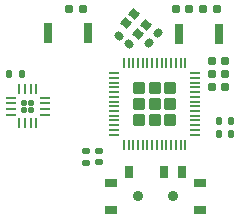
<source format=gtp>
%TF.GenerationSoftware,KiCad,Pcbnew,8.0.3*%
%TF.CreationDate,2025-03-09T13:34:34-05:00*%
%TF.ProjectId,HearingAid_RightV3,48656172-696e-4674-9169-645f52696768,rev?*%
%TF.SameCoordinates,Original*%
%TF.FileFunction,Paste,Top*%
%TF.FilePolarity,Positive*%
%FSLAX46Y46*%
G04 Gerber Fmt 4.6, Leading zero omitted, Abs format (unit mm)*
G04 Created by KiCad (PCBNEW 8.0.3) date 2025-03-09 13:34:34*
%MOMM*%
%LPD*%
G01*
G04 APERTURE LIST*
G04 Aperture macros list*
%AMRoundRect*
0 Rectangle with rounded corners*
0 $1 Rounding radius*
0 $2 $3 $4 $5 $6 $7 $8 $9 X,Y pos of 4 corners*
0 Add a 4 corners polygon primitive as box body*
4,1,4,$2,$3,$4,$5,$6,$7,$8,$9,$2,$3,0*
0 Add four circle primitives for the rounded corners*
1,1,$1+$1,$2,$3*
1,1,$1+$1,$4,$5*
1,1,$1+$1,$6,$7*
1,1,$1+$1,$8,$9*
0 Add four rect primitives between the rounded corners*
20,1,$1+$1,$2,$3,$4,$5,0*
20,1,$1+$1,$4,$5,$6,$7,0*
20,1,$1+$1,$6,$7,$8,$9,0*
20,1,$1+$1,$8,$9,$2,$3,0*%
%AMRotRect*
0 Rectangle, with rotation*
0 The origin of the aperture is its center*
0 $1 length*
0 $2 width*
0 $3 Rotation angle, in degrees counterclockwise*
0 Add horizontal line*
21,1,$1,$2,0,0,$3*%
G04 Aperture macros list end*
%ADD10RoundRect,0.135000X-0.135000X-0.185000X0.135000X-0.185000X0.135000X0.185000X-0.135000X0.185000X0*%
%ADD11RoundRect,0.125000X-0.125000X0.125000X-0.125000X-0.125000X0.125000X-0.125000X0.125000X0.125000X0*%
%ADD12RoundRect,0.062500X-0.062500X0.350000X-0.062500X-0.350000X0.062500X-0.350000X0.062500X0.350000X0*%
%ADD13RoundRect,0.062500X-0.350000X0.062500X-0.350000X-0.062500X0.350000X-0.062500X0.350000X0.062500X0*%
%ADD14R,0.800000X1.700000*%
%ADD15RoundRect,0.155000X0.023164X0.262001X-0.256555X-0.057970X-0.023164X-0.262001X0.256555X0.057970X0*%
%ADD16RoundRect,0.160000X0.197500X0.160000X-0.197500X0.160000X-0.197500X-0.160000X0.197500X-0.160000X0*%
%ADD17RoundRect,0.147500X0.147500X0.172500X-0.147500X0.172500X-0.147500X-0.172500X0.147500X-0.172500X0*%
%ADD18C,0.900000*%
%ADD19R,0.700000X1.100000*%
%ADD20R,1.000000X0.800000*%
%ADD21RoundRect,0.155000X0.212500X0.155000X-0.212500X0.155000X-0.212500X-0.155000X0.212500X-0.155000X0*%
%ADD22RoundRect,0.250000X-0.285000X-0.285000X0.285000X-0.285000X0.285000X0.285000X-0.285000X0.285000X0*%
%ADD23RoundRect,0.050000X-0.350000X-0.050000X0.350000X-0.050000X0.350000X0.050000X-0.350000X0.050000X0*%
%ADD24RoundRect,0.050000X-0.050000X-0.350000X0.050000X-0.350000X0.050000X0.350000X-0.050000X0.350000X0*%
%ADD25RoundRect,0.155000X-0.212500X-0.155000X0.212500X-0.155000X0.212500X0.155000X-0.212500X0.155000X0*%
%ADD26RoundRect,0.135000X0.135000X0.185000X-0.135000X0.185000X-0.135000X-0.185000X0.135000X-0.185000X0*%
%ADD27RoundRect,0.160000X-0.197500X-0.160000X0.197500X-0.160000X0.197500X0.160000X-0.197500X0.160000X0*%
%ADD28RoundRect,0.147500X-0.172500X0.147500X-0.172500X-0.147500X0.172500X-0.147500X0.172500X0.147500X0*%
%ADD29RoundRect,0.135000X0.185000X-0.135000X0.185000X0.135000X-0.185000X0.135000X-0.185000X-0.135000X0*%
%ADD30RotRect,0.700000X0.750000X229.920000*%
%ADD31RoundRect,0.155000X-0.262417X0.017855X0.063152X-0.255329X0.262417X-0.017855X-0.063152X0.255329X0*%
G04 APERTURE END LIST*
D10*
%TO.C,R11*%
X123630000Y-72730000D03*
X124650000Y-72730000D03*
%TD*%
D11*
%TO.C,U5*%
X107702500Y-70050000D03*
X107082500Y-70050000D03*
X107702500Y-70670000D03*
X107082500Y-70670000D03*
D12*
X108142500Y-68922500D03*
X107642500Y-68922500D03*
X107142500Y-68922500D03*
X106642500Y-68922500D03*
D13*
X105955000Y-69610000D03*
X105955000Y-70110000D03*
X105955000Y-70610000D03*
X105955000Y-71110000D03*
D12*
X106642500Y-71797500D03*
X107142500Y-71797500D03*
X107642500Y-71797500D03*
X108142500Y-71797500D03*
D13*
X108830000Y-71110000D03*
X108830000Y-70610000D03*
X108830000Y-70110000D03*
X108830000Y-69610000D03*
%TD*%
D14*
%TO.C,SW2*%
X109150000Y-64180000D03*
X112550000Y-64180000D03*
%TD*%
D15*
%TO.C,C7*%
X118417020Y-64165486D03*
X117670000Y-65020000D03*
%TD*%
D16*
%TO.C,R14*%
X123460000Y-62140000D03*
X122265000Y-62140000D03*
%TD*%
D17*
%TO.C,D3*%
X124610000Y-71620000D03*
X123640000Y-71620000D03*
%TD*%
D18*
%TO.C,S1*%
X119720000Y-77985000D03*
X116720000Y-77985000D03*
D19*
X115970000Y-75935000D03*
X118970000Y-75935000D03*
X120470000Y-75935000D03*
D20*
X121970000Y-79135000D03*
X114470000Y-79135000D03*
X114470000Y-76835000D03*
X121970000Y-76835000D03*
%TD*%
D21*
%TO.C,C5*%
X121085000Y-62130000D03*
X119950000Y-62130000D03*
%TD*%
D22*
%TO.C,U8*%
X116810000Y-68820000D03*
X116810000Y-70150000D03*
X116810000Y-71480000D03*
X118140000Y-68820000D03*
X118140000Y-70150000D03*
X118140000Y-71480000D03*
X119470000Y-68820000D03*
X119470000Y-70150000D03*
X119470000Y-71480000D03*
D23*
X114690000Y-67550000D03*
X114690000Y-67950000D03*
X114690000Y-68350000D03*
X114690000Y-68750000D03*
X114690000Y-69150000D03*
X114690000Y-69550000D03*
X114690000Y-69950000D03*
X114690000Y-70350000D03*
X114690000Y-70750000D03*
X114690000Y-71150000D03*
X114690000Y-71550000D03*
X114690000Y-71950000D03*
X114690000Y-72350000D03*
X114690000Y-72750000D03*
D24*
X115540000Y-73600000D03*
X115940000Y-73600000D03*
X116340000Y-73600000D03*
X116740000Y-73600000D03*
X117140000Y-73600000D03*
X117540000Y-73600000D03*
X117940000Y-73600000D03*
X118340000Y-73600000D03*
X118740000Y-73600000D03*
X119140000Y-73600000D03*
X119540000Y-73600000D03*
X119940000Y-73600000D03*
X120340000Y-73600000D03*
X120740000Y-73600000D03*
D23*
X121590000Y-72750000D03*
X121590000Y-72350000D03*
X121590000Y-71950000D03*
X121590000Y-71550000D03*
X121590000Y-71150000D03*
X121590000Y-70750000D03*
X121590000Y-70350000D03*
X121590000Y-69950000D03*
X121590000Y-69550000D03*
X121590000Y-69150000D03*
X121590000Y-68750000D03*
X121590000Y-68350000D03*
X121590000Y-67950000D03*
X121590000Y-67550000D03*
D24*
X120740000Y-66700000D03*
X120340000Y-66700000D03*
X119940000Y-66700000D03*
X119540000Y-66700000D03*
X119140000Y-66700000D03*
X118740000Y-66700000D03*
X118340000Y-66700000D03*
X117940000Y-66700000D03*
X117540000Y-66700000D03*
X117140000Y-66700000D03*
X116740000Y-66700000D03*
X116340000Y-66700000D03*
X115940000Y-66700000D03*
X115540000Y-66700000D03*
%TD*%
D25*
%TO.C,C8*%
X122972500Y-68760000D03*
X124107500Y-68760000D03*
%TD*%
D14*
%TO.C,RST*%
X123597500Y-64200000D03*
X120197500Y-64200000D03*
%TD*%
D26*
%TO.C,R13*%
X106880000Y-67630000D03*
X105860000Y-67630000D03*
%TD*%
D25*
%TO.C,C3*%
X122972500Y-66540000D03*
X124107500Y-66540000D03*
%TD*%
%TO.C,C4*%
X122982500Y-67650000D03*
X124117500Y-67650000D03*
%TD*%
D27*
%TO.C,R15*%
X110875000Y-62120000D03*
X112070000Y-62120000D03*
%TD*%
D28*
%TO.C,D4*%
X113400000Y-74125000D03*
X113400000Y-75095000D03*
%TD*%
D29*
%TO.C,R12*%
X112310000Y-75120000D03*
X112310000Y-74100000D03*
%TD*%
D30*
%TO.C,Y1*%
X117413856Y-63444857D03*
X116380908Y-62575648D03*
X115737052Y-63340791D03*
X116770000Y-64210000D03*
%TD*%
D31*
%TO.C,C6*%
X115135270Y-64365218D03*
X116004730Y-65094782D03*
%TD*%
M02*

</source>
